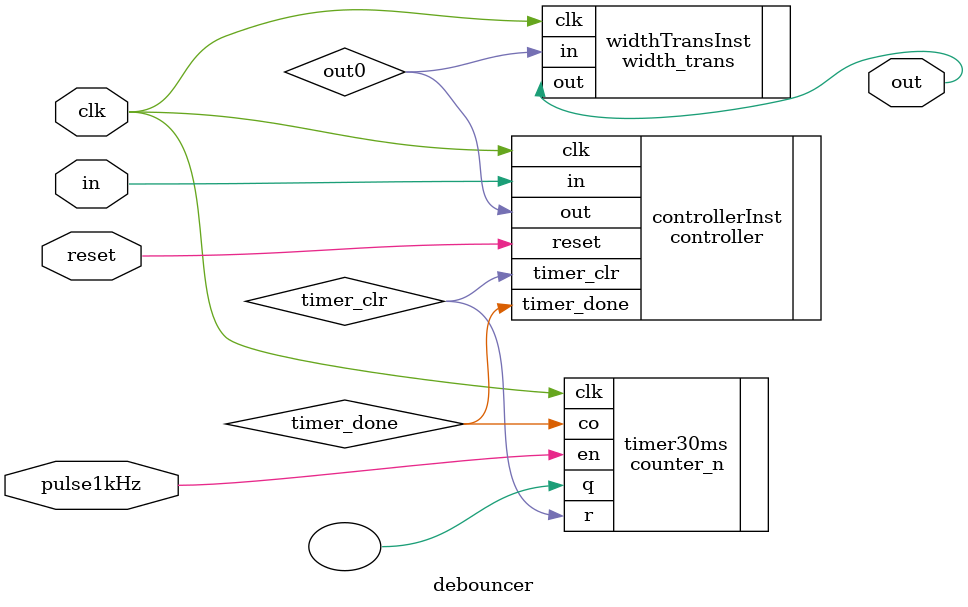
<source format=v>
module debouncer(in,clk,reset,out,pulse1kHz);

    input  in;
    output out;
    input clk,reset,pulse1kHz;
    wire timer_clr,timer_done;
    wire  out0;
    
    counter_n #(.n(30),.counter_bits(5)) timer30ms(.clk(clk),.r(timer_clr),.en(pulse1kHz),.co(timer_done),.q());//计时30ms

    controller controllerInst(.in(in),.reset(reset),.clk(clk),.timer_done(timer_done),.timer_clr(timer_clr),.out(out0));//控制器
    
    width_trans  #(.width(1)) widthTransInst(.in(out0),.clk(clk),.out(out));//脉宽变换

endmodule

</source>
